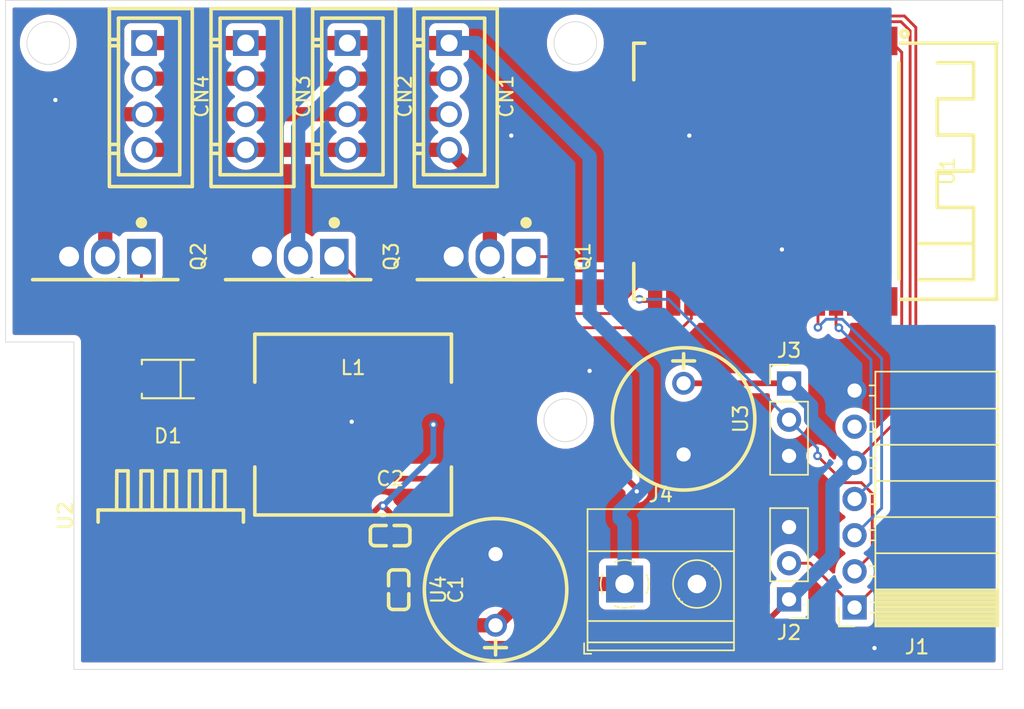
<source format=kicad_pcb>
(kicad_pcb (version 20240108) (generator "pcbnew") (generator_version "8.0")
  (layers (0 "F.Cu" signal) (31 "B.Cu" signal) (34 "B.Paste" user) (35 "F.Paste" user) (36 "B.SilkS" user "B.Silkscreen") (37 "F.SilkS" user "F.Silkscreen") (38 "B.Mask" user) (39 "F.Mask" user) (44 "Edge.Cuts" user))
  (net 0 "")
  (net 1 "+3.3V")
  (net 2 "GND")
  (net 3 "+24V")
  (net 4 "R")
  (net 5 "B")
  (net 6 "G")
  (net 7 "Tx")
  (net 8 "IO0")
  (net 9 "Rx")
  (net 10 "En")
  (net 11 "+5V")
  (net 12 "BPin")
  (net 13 "RPin")
  (net 14 "GPin")
  (net 45 "Net-(D1-C)")
  (footprint "Connector_PinHeader_2.54mm:PinHeader_1x03_P2.54mm_Vertical" (layer "F.Cu") (at 129 89.08 180)
    (property "Reference" "J2" (at 0 -2.33 0) (layer "F.SilkS"))
    (property "Value" "Conn_01x03_Pin")
    (fp_line (start 1.33 1.27) (end 1.33 6.41) (stroke (width 0.12)) (layer "F.SilkS"))
    (fp_line (start -1.33 6.41) (end 1.33 6.41) (stroke (width 0.12)) (layer "F.SilkS"))
    (fp_line (start -1.33 1.27) (end 1.33 1.27) (stroke (width 0.12)) (layer "F.SilkS"))
    (fp_line (start -1.33 1.27) (end -1.33 6.41) (stroke (width 0.12)) (layer "F.SilkS"))
    (fp_line (start -1.33 0) (end -1.33 -1.33) (stroke (width 0.12)) (layer "F.SilkS"))
    (fp_line (start -1.33 -1.33) (end 0 -1.33) (stroke (width 0.12)) (layer "F.SilkS"))
    (pad "1" thru_hole rect (at 0 0 180) (size 1.7 1.7) (drill 1) (layers "*.Cu" "*.Mask") (net 1 "+3.3V"))
    (pad "2" thru_hole oval (at 0 2.54 180) (size 1.7 1.7) (drill 1) (layers "*.Cu" "*.Mask") (net 10 "En"))
    (pad "3" thru_hole oval (at 0 5.08 180) (size 1.7 1.7) (drill 1) (layers "*.Cu" "*.Mask") (net 2 "GND"))
  )
  (footprint "easyeda2kicad:TO-220AB-3_L10.4-W4.6-P2.54-T" (layer "F.Cu") (at 81 65 -90)
    (property "Reference" "Q2" (at 0 -6.54 90) (layer "F.SilkS"))
    (property "Value" "STP80NF70_C361041")
    (fp_line (start 1.62 5.1) (end 1.62 -5.1) (stroke (width 0.25)) (layer "F.SilkS"))
    (fp_arc (start -2.18 -2.53) (mid -2.580188 -2.544994) (end -2.17975 -2.540027) (stroke (width 0.4)) (layer "F.SilkS"))
    (pad "1" thru_hole rect (at 0 -2.54 180) (size 2 2.5) (drill 1.399997) (layers "*.Cu" "*.Mask") (net 13 "RPin"))
    (pad "2" thru_hole oval (at 0 0 180) (size 2 2.5) (drill 1.399997) (layers "*.Cu" "*.Mask") (net 4 "R"))
    (pad "3" thru_hole oval (at 0 2.54 180) (size 2 2.5) (drill 1.399997) (layers "*.Cu" "*.Mask") (net 2 "GND"))
  )
  (footprint "easyeda2kicad:SMAF_L3.5-W2.6-LS4.7-RD" (layer "F.Cu") (at 85.4 73.6 180)
    (property "Reference" "D1" (at 0 -4 360) (layer "F.SilkS"))
    (property "Value" "SSL345F")
    (fp_line (start 1.83 1.03) (end 1.83 1.35) (stroke (width 0.15)) (layer "F.SilkS"))
    (fp_line (start 1.83 -1.35) (end 1.83 -1.03) (stroke (width 0.15)) (layer "F.SilkS"))
    (fp_line (start -0.89 -1.35) (end -0.89 1.35) (stroke (width 0.15)) (layer "F.SilkS"))
    (fp_line (start -1.83 1.35) (end 1.83 1.35) (stroke (width 0.15)) (layer "F.SilkS"))
    (fp_line (start -1.83 -1.35) (end 1.83 -1.35) (stroke (width 0.15)) (layer "F.SilkS"))
    (pad "1" smd rect (at -1.96 0) (size 1.6 1.7) (layers "F.Cu" "F.Paste" "F.Mask") (net 45 "Net-(D1-C)"))
    (pad "2" smd rect (at 1.96 0) (size 1.6 1.7) (layers "F.Cu" "F.Paste" "F.Mask") (net 2 "GND"))
  )
  (footprint "easyeda2kicad:COMM-SMD_ESP-WROOM-32D" (layer "F.Cu") (at 127 59 -90)
    (property "Reference" "U1" (at 0 -13.11 90) (layer "F.SilkS"))
    (property "Value" "ESP-WROOM-32E")
    (fp_line (start -8.99 8.9) (end -6.42 8.9) (stroke (width 0.25)) (layer "F.SilkS"))
    (fp_line (start 6.48 8.9) (end 9 8.9) (stroke (width 0.25)) (layer "F.SilkS"))
    (fp_line (start -8.99 8.13) (end -8.99 8.9) (stroke (width 0.25)) (layer "F.SilkS"))
    (fp_line (start 9 8.13) (end 9 8.9) (stroke (width 0.25)) (layer "F.SilkS"))
    (fp_line (start -7.62 -9.72) (end 7.62 -9.72) (stroke (width 0.25)) (layer "F.SilkS"))
    (fp_line (start -7.62 -12.41) (end -7.62 -14.95) (stroke (width 0.25)) (layer "F.SilkS"))
    (fp_line (start -5.08 -12.41) (end -2.54 -12.41) (stroke (width 0.25)) (layer "F.SilkS"))
    (fp_line (start -2.54 -12.41) (end -2.54 -14.95) (stroke (width 0.25)) (layer "F.SilkS"))
    (fp_line (start 0 -12.41) (end 2.54 -12.41) (stroke (width 0.25)) (layer "F.SilkS"))
    (fp_line (start 2.54 -12.41) (end 2.54 -14.95) (stroke (width 0.25)) (layer "F.SilkS"))
    (fp_line (start -7.62 -14.95) (end -5.08 -14.95) (stroke (width 0.25)) (layer "F.SilkS"))
    (fp_line (start -5.08 -14.95) (end -5.08 -12.41) (stroke (width 0.25)) (layer "F.SilkS"))
    (fp_line (start -2.54 -14.95) (end 0 -14.95) (stroke (width 0.25)) (layer "F.SilkS"))
    (fp_line (start 0 -14.95) (end 0 -12.41) (stroke (width 0.25)) (layer "F.SilkS"))
    (fp_line (start 2.54 -14.95) (end 6.35 -14.95) (stroke (width 0.25)) (layer "F.SilkS"))
    (fp_line (start 5.08 -14.95) (end 5.08 -11.14) (stroke (width 0.25)) (layer "F.SilkS"))
    (fp_line (start 6.35 -14.95) (end 7.62 -14.95) (stroke (width 0.25)) (layer "F.SilkS"))
    (fp_line (start 7.62 -14.95) (end 7.62 -11.14) (stroke (width 0.25)) (layer "F.SilkS"))
    (fp_line (start -8.99 -16.55) (end 9 -16.55) (stroke (width 0.25)) (layer "F.SilkS"))
    (fp_line (start -8.99 -16.61) (end -8.99 -9.84) (stroke (width 0.25)) (layer "F.SilkS"))
    (fp_line (start 9 -16.61) (end 9 -9.84) (stroke (width 0.25)) (layer "F.SilkS"))
    (fp_circle (center -9.65 -10.11) (end -9.4 -10.11) (stroke (width 0.25)) (fill none) (layer "F.SilkS"))
    (pad "1" smd rect (at -9.15 -9.11 270) (size 2 1) (layers "F.Cu" "F.Paste" "F.Mask") (net 2 "GND"))
    (pad "2" smd rect (at -9.15 -7.84 270) (size 2 1) (layers "F.Cu" "F.Paste" "F.Mask") (net 1 "+3.3V"))
    (pad "3" smd rect (at -9.15 -6.57 270) (size 2 1) (layers "F.Cu" "F.Paste" "F.Mask") (net 10 "En"))
    (pad "4" smd rect (at -9.15 -5.3 270) (size 2 1) (layers "F.Cu" "F.Paste" "F.Mask"))
    (pad "5" smd rect (at -9.15 -4.03 270) (size 2 1) (layers "F.Cu" "F.Paste" "F.Mask"))
    (pad "6" smd rect (at -9.15 -2.76 270) (size 2 1) (layers "F.Cu" "F.Paste" "F.Mask"))
    (pad "7" smd rect (at -9.15 -1.49 270) (size 2 1) (layers "F.Cu" "F.Paste" "F.Mask"))
    (pad "8" smd rect (at -9.15 -0.22 270) (size 2 1) (layers "F.Cu" "F.Paste" "F.Mask"))
    (pad "9" smd rect (at -9.15 1.05 270) (size 2 1) (layers "F.Cu" "F.Paste" "F.Mask"))
    (pad "10" smd rect (at -9.15 2.32 270) (size 2 1) (layers "F.Cu" "F.Paste" "F.Mask"))
    (pad "11" smd rect (at -9.15 3.59 270) (size 2 1) (layers "F.Cu" "F.Paste" "F.Mask"))
    (pad "12" smd rect (at -9.15 4.86 270) (size 2 1) (layers "F.Cu" "F.Paste" "F.Mask"))
    (pad "13" smd rect (at -9.15 6.13 270) (size 2 1) (layers "F.Cu" "F.Paste" "F.Mask"))
    (pad "14" smd rect (at -9.15 7.4 270) (size 2 1) (layers "F.Cu" "F.Paste" "F.Mask"))
    (pad "15" smd rect (at -5.69 9.11) (size 2 1) (layers "F.Cu" "F.Paste" "F.Mask"))
    (pad "16" smd rect (at -4.42 9.11) (size 2 1) (layers "F.Cu" "F.Paste" "F.Mask"))
    (pad "17" smd rect (at -3.15 9.11) (size 2 1) (layers "F.Cu" "F.Paste" "F.Mask"))
    (pad "18" smd rect (at -1.88 9.11) (size 2 1) (layers "F.Cu" "F.Paste" "F.Mask"))
    (pad "19" smd rect (at -0.61 9.11) (size 2 1) (layers "F.Cu" "F.Paste" "F.Mask"))
    (pad "20" smd rect (at 0.66 9.11) (size 2 1) (layers "F.Cu" "F.Paste" "F.Mask"))
    (pad "21" smd rect (at 1.93 9.11) (size 2 1) (layers "F.Cu" "F.Paste" "F.Mask"))
    (pad "22" smd rect (at 3.2 9.11) (size 2 1) (layers "F.Cu" "F.Paste" "F.Mask"))
    (pad "23" smd rect (at 4.47 9.11) (size 2 1) (layers "F.Cu" "F.Paste" "F.Mask"))
    (pad "24" smd rect (at 5.74 9.11) (size 2 1) (layers "F.Cu" "F.Paste" "F.Mask"))
    (pad "25" smd rect (at 9.15 7.4 270) (size 2 1) (layers "F.Cu" "F.Paste" "F.Mask") (net 8 "IO0"))
    (pad "26" smd rect (at 9.15 6.13 270) (size 2 1) (layers "F.Cu" "F.Paste" "F.Mask"))
    (pad "27" smd rect (at 9.15 4.86 270) (size 2 1) (layers "F.Cu" "F.Paste" "F.Mask") (net 13 "RPin"))
    (pad "28" smd rect (at 9.15 3.59 270) (size 2 1) (layers "F.Cu" "F.Paste" "F.Mask") (net 14 "GPin"))
    (pad "29" smd rect (at 9.15 2.32 270) (size 2 1) (layers "F.Cu" "F.Paste" "F.Mask"))
    (pad "30" smd rect (at 9.15 1.05 270) (size 2 1) (layers "F.Cu" "F.Paste" "F.Mask") (net 12 "BPin"))
    (pad "31" smd rect (at 9.15 -0.22 270) (size 2 1) (layers "F.Cu" "F.Paste" "F.Mask"))
    (pad "32" smd rect (at 9.15 -1.49 270) (size 2 1) (layers "F.Cu" "F.Paste" "F.Mask"))
    (pad "33" smd rect (at 9.15 -2.76 270) (size 2 1) (layers "F.Cu" "F.Paste" "F.Mask"))
    (pad "34" smd rect (at 9.15 -4.03 270) (size 2 1) (layers "F.Cu" "F.Paste" "F.Mask") (net 9 "Rx"))
    (pad "35" smd rect (at 9.15 -5.3 270) (size 2 1) (layers "F.Cu" "F.Paste" "F.Mask") (net 7 "Tx"))
    (pad "36" smd rect (at 9.15 -6.57 270) (size 2 1) (layers "F.Cu" "F.Paste" "F.Mask"))
    (pad "37" smd rect (at 9.15 -7.84 270) (size 2 1) (layers "F.Cu" "F.Paste" "F.Mask"))
    (pad "38" smd rect (at 9.15 -9.11 270) (size 2 1) (layers "F.Cu" "F.Paste" "F.Mask"))
    (pad "39" smd rect (at -1.49 -1.4 270) (size 3.5 3.5) (layers "F.Cu" "F.Paste" "F.Mask"))
  )
  (footprint "easyeda2kicad:CONN-TH_4P-P2.50_XH-4A" (layer "F.Cu") (at 105.135 53.75 -90)
    (property "Reference" "CN1" (at 0 -4 90) (layer "F.SilkS"))
    (property "Value" "XH-4AK M")
    (fp_line (start -6.16 2.44) (end 6.33 2.44) (stroke (width 0.25)) (layer "F.SilkS"))
    (fp_line (start -5.5 1.8) (end 5.5 1.8) (stroke (width 0.25)) (layer "F.SilkS"))
    (fp_line (start -4 1.8) (end -4 2.44) (stroke (width 0.25)) (layer "F.SilkS"))
    (fp_line (start -3.56 1.8) (end -3.56 2.44) (stroke (width 0.25)) (layer "F.SilkS"))
    (fp_line (start 3.37 1.8) (end 3.37 2.44) (stroke (width 0.25)) (layer "F.SilkS"))
    (fp_line (start 4 1.8) (end 4 2.44) (stroke (width 0.25)) (layer "F.SilkS"))
    (fp_line (start 5.5 1.8) (end 5.5 -2.5) (stroke (width 0.25)) (layer "F.SilkS"))
    (fp_line (start -5.5 -2.5) (end -5.5 1.8) (stroke (width 0.25)) (layer "F.SilkS"))
    (fp_line (start 5.5 -2.5) (end -5.5 -2.5) (stroke (width 0.25)) (layer "F.SilkS"))
    (fp_line (start -6.17 -3.37) (end -6.17 2.43) (stroke (width 0.25)) (layer "F.SilkS"))
    (fp_line (start -6.16 -3.38) (end 6.33 -3.38) (stroke (width 0.25)) (layer "F.SilkS"))
    (fp_line (start 6.33 -3.38) (end 6.33 2.41) (stroke (width 0.25)) (layer "F.SilkS"))
    (pad "1" thru_hole rect (at -3.75 0 270) (size 1.8 1.8) (drill 1.19888) (layers "*.Cu" "*.Mask") (net 3 "+24V"))
    (pad "2" thru_hole circle (at -1.25 0 270) (size 1.8 1.8) (drill 1.19888) (layers "*.Cu" "*.Mask") (net 6 "G"))
    (pad "3" thru_hole circle (at 1.25 0 270) (size 1.8 1.8) (drill 1.19888) (layers "*.Cu" "*.Mask") (net 4 "R"))
    (pad "4" thru_hole circle (at 3.75 0 270) (size 1.8 1.8) (drill 1.19888) (layers "*.Cu" "*.Mask") (net 5 "B"))
  )
  (footprint "easyeda2kicad:CAP-TH_BD10.0-P5.00-D0.6-FD-A" (layer "F.Cu") (at 121.6 76.4 -90)
    (property "Reference" "U3" (at 0 -4 90) (layer "F.SilkS"))
    (property "Value" "EGT477M1HG16RRS0P")
    (fp_line (start -4.58 0) (end -3.56 0) (stroke (width 0.25)) (layer "F.SilkS"))
    (fp_line (start -4.07 -0.77) (end -4.07 0.76) (stroke (width 0.25)) (layer "F.SilkS"))
    (fp_circle (center 0 0) (end 5 0) (stroke (width 0.25)) (fill none) (layer "F.SilkS"))
    (pad "1" thru_hole circle (at -2.5 0 270) (size 1.6 1.6) (drill 0.999998) (layers "*.Cu" "*.Mask") (net 1 "+3.3V"))
    (pad "2" thru_hole circle (at 2.5 0 270) (size 1.6 1.6) (drill 0.999998) (layers "*.Cu" "*.Mask") (net 2 "GND"))
  )
  (footprint "easyeda2kicad:TO-263-5_L10.0-W9.0-P1.70-LS15.2-BR" (layer "F.Cu") (at 85.6 83.2 90)
    (property "Reference" "U2" (at 0 -7.4 90) (layer "F.SilkS"))
    (property "Value" "LM2596S-3.3_C7419978")
    (fp_line (start 0.4 -5.1) (end 0.4 5.1) (stroke (width 0.25)) (layer "F.SilkS"))
    (fp_line (start -0.45 -5.1) (end 0.4 -5.1) (stroke (width 0.25)) (layer "F.SilkS"))
    (fp_line (start 0.4 -3.8) (end 3.15 -3.79) (stroke (width 0.25)) (layer "F.SilkS"))
    (fp_line (start 3.15 -3.79) (end 3.15 -3) (stroke (width 0.25)) (layer "F.SilkS"))
    (fp_line (start 3.15 -3) (end 0.4 -3) (stroke (width 0.25)) (layer "F.SilkS"))
    (fp_line (start 0.4 -2.1) (end 3.15 -2.09) (stroke (width 0.25)) (layer "F.SilkS"))
    (fp_line (start 3.15 -2.09) (end 3.15 -1.3) (stroke (width 0.25)) (layer "F.SilkS"))
    (fp_line (start 3.15 -1.3) (end 0.4 -1.3) (stroke (width 0.25)) (layer "F.SilkS"))
    (fp_line (start 0.4 -0.4) (end 3.15 -0.39) (stroke (width 0.25)) (layer "F.SilkS"))
    (fp_line (start 3.15 -0.39) (end 3.15 0.4) (stroke (width 0.25)) (layer "F.SilkS"))
    (fp_line (start 3.15 0.4) (end 0.4 0.4) (stroke (width 0.25)) (layer "F.SilkS"))
    (fp_line (start 0.4 1.3) (end 3.15 1.31) (stroke (width 0.25)) (layer "F.SilkS"))
    (fp_line (start 3.15 1.31) (end 3.15 2.1) (stroke (width 0.25)) (layer "F.SilkS"))
    (fp_line (start 3.15 2.1) (end 0.4 2.1) (stroke (width 0.25)) (layer "F.SilkS"))
    (fp_line (start 0.4 3) (end 3.15 3.01) (stroke (width 0.25)) (layer "F.SilkS"))
    (fp_line (start 3.15 3.01) (end 3.15 3.8) (stroke (width 0.25)) (layer "F.SilkS"))
    (fp_line (start 3.15 3.8) (end 0.4 3.8) (stroke (width 0.25)) (layer "F.SilkS"))
    (fp_line (start 0.4 5.1) (end -0.45 5.1) (stroke (width 0.25)) (layer "F.SilkS"))
    (pad "1" smd rect (at 5.18 3.4 90) (size 3.36 1.02) (layers "F.Cu" "F.Paste" "F.Mask") (net 3 "+24V"))
    (pad "2" smd rect (at 5.18 1.7 90) (size 3.36 1.02) (layers "F.Cu" "F.Paste" "F.Mask") (net 45 "Net-(D1-C)"))
    (pad "3" smd rect (at 5.18 0 90) (size 3.36 1.02) (layers "F.Cu" "F.Paste" "F.Mask") (net 2 "GND"))
    (pad "4" smd rect (at 5.18 -1.7 90) (size 3.36 1.02) (layers "F.Cu" "F.Paste" "F.Mask") (net 1 "+3.3V"))
    (pad "5" smd rect (at 5.18 -3.4 90) (size 3.36 1.02) (layers "F.Cu" "F.Paste" "F.Mask") (net 2 "GND"))
    (pad "6" smd rect (at -5.18 0 90) (size 9 11) (layers "F.Cu" "F.Paste" "F.Mask") (net 2 "GND"))
  )
  (footprint "easyeda2kicad:TO-220AB-3_L10.4-W4.6-P2.54-T" (layer "F.Cu") (at 108 65 -90)
    (property "Reference" "Q1" (at 0 -6.54 90) (layer "F.SilkS"))
    (property "Value" "STP80NF70_C361041")
    (fp_line (start 1.62 5.1) (end 1.62 -5.1) (stroke (width 0.25)) (layer "F.SilkS"))
    (fp_arc (start -2.18 -2.53) (mid -2.580188 -2.544994) (end -2.17975 -2.540027) (stroke (width 0.4)) (layer "F.SilkS"))
    (pad "1" thru_hole rect (at 0 -2.54 180) (size 2 2.5) (drill 1.399997) (layers "*.Cu" "*.Mask") (net 12 "BPin"))
    (pad "2" thru_hole oval (at 0 0 180) (size 2 2.5) (drill 1.399997) (layers "*.Cu" "*.Mask") (net 5 "B"))
    (pad "3" thru_hole oval (at 0 2.54 180) (size 2 2.5) (drill 1.399997) (layers "*.Cu" "*.Mask") (net 2 "GND"))
  )
  (footprint "easyeda2kicad:TO-220AB-3_L10.4-W4.6-P2.54-T" (layer "F.Cu") (at 94.54 65 -90)
    (property "Reference" "Q3" (at 0 -6.54 90) (layer "F.SilkS"))
    (property "Value" "STP80NF70_C361041")
    (fp_line (start 1.62 5.1) (end 1.62 -5.1) (stroke (width 0.25)) (layer "F.SilkS"))
    (fp_arc (start -2.18 -2.53) (mid -2.580188 -2.544994) (end -2.17975 -2.540027) (stroke (width 0.4)) (layer "F.SilkS"))
    (pad "1" thru_hole rect (at 0 -2.54 180) (size 2 2.5) (drill 1.399997) (layers "*.Cu" "*.Mask") (net 14 "GPin"))
    (pad "2" thru_hole oval (at 0 0 180) (size 2 2.5) (drill 1.399997) (layers "*.Cu" "*.Mask") (net 6 "G"))
    (pad "3" thru_hole oval (at 0 2.54 180) (size 2 2.5) (drill 1.399997) (layers "*.Cu" "*.Mask") (net 2 "GND"))
  )
  (footprint "Connector_PinHeader_2.54mm:PinHeader_1x03_P2.54mm_Vertical" (layer "F.Cu") (at 129 73.92)
    (property "Reference" "J3" (at 0 -2.33 0) (layer "F.SilkS"))
    (property "Value" "Conn_01x03_Pin")
    (fp_line (start -1.33 -1.33) (end 0 -1.33) (stroke (width 0.12)) (layer "F.SilkS"))
    (fp_line (start -1.33 0) (end -1.33 -1.33) (stroke (width 0.12)) (layer "F.SilkS"))
    (fp_line (start -1.33 1.27) (end -1.33 6.41) (stroke (width 0.12)) (layer "F.SilkS"))
    (fp_line (start -1.33 1.27) (end 1.33 1.27) (stroke (width 0.12)) (layer "F.SilkS"))
    (fp_line (start -1.33 6.41) (end 1.33 6.41) (stroke (width 0.12)) (layer "F.SilkS"))
    (fp_line (start 1.33 1.27) (end 1.33 6.41) (stroke (width 0.12)) (layer "F.SilkS"))
    (pad "1" thru_hole rect (at 0 0) (size 1.7 1.7) (drill 1) (layers "*.Cu" "*.Mask") (net 1 "+3.3V"))
    (pad "2" thru_hole oval (at 0 2.54) (size 1.7 1.7) (drill 1) (layers "*.Cu" "*.Mask") (net 8 "IO0"))
    (pad "3" thru_hole oval (at 0 5.08) (size 1.7 1.7) (drill 1) (layers "*.Cu" "*.Mask") (net 2 "GND"))
  )
  (footprint "easyeda2kicad:C0603" (layer "F.Cu") (at 101 84.6)
    (property "Reference" "C2" (at 0 -4 360) (layer "F.SilkS"))
    (property "Value" "CC0603KRX7R9BB104")
    (fp_line (start -1.39 0.4) (end -1.39 -0.4) (stroke (width 0.25)) (layer "F.SilkS"))
    (fp_line (start -0.28 -0.71) (end -1.08 -0.71) (stroke (width 0.25)) (layer "F.SilkS"))
    (fp_line (start -0.28 0.71) (end -1.08 0.71) (stroke (width 0.25)) (layer "F.SilkS"))
    (fp_line (start 0.28 -0.71) (end 1.08 -0.71) (stroke (width 0.25)) (layer "F.SilkS"))
    (fp_line (start 0.28 0.71) (end 1.08 0.71) (stroke (width 0.25)) (layer "F.SilkS"))
    (fp_line (start 1.39 -0.4) (end 1.39 0.4) (stroke (width 0.25)) (layer "F.SilkS"))
    (fp_arc (start -1.39 -0.4) (mid -1.299203 -0.619203) (end -1.08 -0.71) (stroke (width 0.25)) (layer "F.SilkS"))
    (fp_arc (start -1.08 0.71) (mid -1.299203 0.619203) (end -1.39 0.4) (stroke (width 0.25)) (layer "F.SilkS"))
    (fp_arc (start 1.08 -0.71) (mid 1.299203 -0.619203) (end 1.39 -0.4) (stroke (width 0.25)) (layer "F.SilkS"))
    (fp_arc (start 1.39 0.4) (mid 1.299203 0.619203) (end 1.08 0.71) (stroke (width 0.25)) (layer "F.SilkS"))
    (pad "1" smd rect (at -0.7 0) (size 0.8 0.9) (layers "F.Cu" "F.Paste" "F.Mask") (net 2 "GND"))
    (pad "2" smd rect (at 0.7 0) (size 0.8 0.9) (layers "F.Cu" "F.Paste" "F.Mask") (net 1 "+3.3V"))
  )
  (footprint "easyeda2kicad:CONN-TH_4P-P2.50_XH-4A" (layer "F.Cu") (at 90.865 53.75 -90)
    (property "Reference" "CN3" (at 0 -4 90) (layer "F.SilkS"))
    (property "Value" "XH-4AK M")
    (fp_line (start -6.16 2.44) (end 6.33 2.44) (stroke (width 0.25)) (layer "F.SilkS"))
    (fp_line (start -5.5 1.8) (end 5.5 1.8) (stroke (width 0.25)) (layer "F.SilkS"))
    (fp_line (start -4 1.8) (end -4 2.44) (stroke (width 0.25)) (layer "F.SilkS"))
    (fp_line (start -3.56 1.8) (end -3.56 2.44) (stroke (width 0.25)) (layer "F.SilkS"))
    (fp_line (start 3.37 1.8) (end 3.37 2.44) (stroke (width 0.25)) (layer "F.SilkS"))
    (fp_line (start 4 1.8) (end 4 2.44) (stroke (width 0.25)) (layer "F.SilkS"))
    (fp_line (start 5.5 1.8) (end 5.5 -2.5) (stroke (width 0.25)) (layer "F.SilkS"))
    (fp_line (start -5.5 -2.5) (end -5.5 1.8) (stroke (width 0.25)) (layer "F.SilkS"))
    (fp_line (start 5.5 -2.5) (end -5.5 -2.5) (stroke (width 0.25)) (layer "F.SilkS"))
    (fp_line (start -6.17 -3.37) (end -6.17 2.43) (stroke (width 0.25)) (layer "F.SilkS"))
    (fp_line (start -6.16 -3.38) (end 6.33 -3.38) (stroke (width 0.25)) (layer "F.SilkS"))
    (fp_line (start 6.33 -3.38) (end 6.33 2.41) (stroke (width 0.25)) (layer "F.SilkS"))
    (pad "1" thru_hole rect (at -3.75 0 270) (size 1.8 1.8) (drill 1.19888) (layers "*.Cu" "*.Mask") (net 3 "+24V"))
    (pad "2" thru_hole circle (at -1.25 0 270) (size 1.8 1.8) (drill 1.19888) (layers "*.Cu" "*.Mask") (net 6 "G"))
    (pad "3" thru_hole circle (at 1.25 0 270) (size 1.8 1.8) (drill 1.19888) (layers "*.Cu" "*.Mask") (net 4 "R"))
    (pad "4" thru_hole circle (at 3.75 0 270) (size 1.8 1.8) (drill 1.19888) (layers "*.Cu" "*.Mask") (net 5 "B"))
  )
  (footprint "Connector_PinSocket_2.54mm:PinSocket_1x07_P2.54mm_Horizontal" (layer "F.Cu") (at 133.6 89.65 180)
    (property "Reference" "J1" (at -4.38 -2.77 0) (layer "F.SilkS"))
    (property "Value" "Conn_01x07_Socket")
    (fp_line (start 1.11 -1.33) (end 1.11 0) (stroke (width 0.12)) (layer "F.SilkS"))
    (fp_line (start 0 -1.33) (end 1.11 -1.33) (stroke (width 0.12)) (layer "F.SilkS"))
    (fp_line (start -1.46 15.6) (end -1.05 15.6) (stroke (width 0.12)) (layer "F.SilkS"))
    (fp_line (start -1.46 14.88) (end -1.05 14.88) (stroke (width 0.12)) (layer "F.SilkS"))
    (fp_line (start -1.46 13.06) (end -1.05 13.06) (stroke (width 0.12)) (layer "F.SilkS"))
    (fp_line (start -1.46 12.34) (end -1.05 12.34) (stroke (width 0.12)) (layer "F.SilkS"))
    (fp_line (start -1.46 10.52) (end -1.05 10.52) (stroke (width 0.12)) (layer "F.SilkS"))
    (fp_line (start -1.46 9.8) (end -1.05 9.8) (stroke (width 0.12)) (layer "F.SilkS"))
    (fp_line (start -1.46 7.98) (end -1.05 7.98) (stroke (width 0.12)) (layer "F.SilkS"))
    (fp_line (start -1.46 7.26) (end -1.05 7.26) (stroke (width 0.12)) (layer "F.SilkS"))
    (fp_line (start -1.46 5.44) (end -1.05 5.44) (stroke (width 0.12)) (layer "F.SilkS"))
    (fp_line (start -1.46 4.72) (end -1.05 4.72) (stroke (width 0.12)) (layer "F.SilkS"))
    (fp_line (start -1.46 2.9) (end -1.05 2.9) (stroke (width 0.12)) (layer "F.SilkS"))
    (fp_line (start -1.46 2.18) (end -1.05 2.18) (stroke (width 0.12)) (layer "F.SilkS"))
    (fp_line (start -1.46 0.36) (end -1.11 0.36) (stroke (width 0.12)) (layer "F.SilkS"))
    (fp_line (start -1.46 -0.36) (end -1.11 -0.36) (stroke (width 0.12)) (layer "F.SilkS"))
    (fp_line (start -1.46 -1.33) (end -1.46 16.57) (stroke (width 0.12)) (layer "F.SilkS"))
    (fp_line (start -10.09 16.57) (end -1.46 16.57) (stroke (width 0.12)) (layer "F.SilkS"))
    (fp_line (start -10.09 13.97) (end -1.46 13.97) (stroke (width 0.12)) (layer "F.SilkS"))
    (fp_line (start -10.09 11.43) (end -1.46 11.43) (stroke (width 0.12)) (layer "F.SilkS"))
    (fp_line (start -10.09 8.89) (end -1.46 8.89) (stroke (width 0.12)) (layer "F.SilkS"))
    (fp_line (start -10.09 6.35) (end -1.46 6.35) (stroke (width 0.12)) (layer "F.SilkS"))
    (fp_line (start -10.09 3.81) (end -1.46 3.81) (stroke (width 0.12)) (layer "F.SilkS"))
    (fp_line (start -10.09 1.27) (end -1.46 1.27) (stroke (width 0.12)) (layer "F.SilkS"))
    (fp_line (start -10.09 1.1519) (end -1.46 1.1519) (stroke (width 0.12)) (layer "F.SilkS"))
    (fp_line (start -10.09 1.033805) (end -1.46 1.033805) (stroke (width 0.12)) (layer "F.SilkS"))
    (fp_line (start -10.09 0.91571) (end -1.46 0.91571) (stroke (width 0.12)) (layer "F.SilkS"))
    (fp_line (start -10.09 0.797615) (end -1.46 0.797615) (stroke (width 0.12)) (layer "F.SilkS"))
    (fp_line (start -10.09 0.67952) (end -1.46 0.67952) (stroke (width 0.12)) (layer "F.SilkS"))
    (fp_line (start -10.09 0.561425) (end -1.46 0.561425) (stroke (width 0.12)) (layer "F.SilkS"))
    (fp_line (start -10.09 0.44333) (end -1.46 0.44333) (stroke (width 0.12)) (layer "F.SilkS"))
    (fp_line (start -10.09 0.325235) (end -1.46 0.325235) (stroke (width 0.12)) (layer "F.SilkS"))
    (fp_line (start -10.09 0.20714) (end -1.46 0.20714) (stroke (width 0.12)) (layer "F.SilkS"))
    (fp_line (start -10.09 0.089045) (end -1.46 0.089045) (stroke (width 0.12)) (layer "F.SilkS"))
    (fp_line (start -10.09 -0.02905) (end -1.46 -0.02905) (stroke (width 0.12)) (layer "F.SilkS"))
    (fp_line (start -10.09 -0.147145) (end -1.46 -0.147145) (stroke (width 0.12)) (layer "F.SilkS"))
    (fp_line (start -10.09 -0.26524) (end -1.46 -0.26524) (stroke (width 0.12)) (layer "F.SilkS"))
    (fp_line (start -10.09 -0.383335) (end -1.46 -0.383335) (stroke (width 0.12)) (layer "F.SilkS"))
    (fp_line (start -10.09 -0.50143) (end -1.46 -0.50143) (stroke (width 0.12)) (layer "F.SilkS"))
    (fp_line (start -10.09 -0.619525) (end -1.46 -0.619525) (stroke (width 0.12)) (layer "F.SilkS"))
    (fp_line (start -10.09 -0.73762) (end -1.46 -0.73762) (stroke (width 0.12)) (layer "F.SilkS"))
    (fp_line (start -10.09 -0.855715) (end -1.46 -0.855715) (stroke (width 0.12)) (layer "F.SilkS"))
    (fp_line (start -10.09 -0.97381) (end -1.46 -0.97381) (stroke (width 0.12)) (layer "F.SilkS"))
    (fp_line (start -10.09 -1.091905) (end -1.46 -1.091905) (stroke (width 0.12)) (layer "F.SilkS"))
    (fp_line (start -10.09 -1.21) (end -1.46 -1.21) (stroke (width 0.12)) (layer "F.SilkS"))
    (fp_line (start -10.09 -1.33) (end -1.46 -1.33) (stroke (width 0.12)) (layer "F.SilkS"))
    (fp_line (start -10.09 -1.33) (end -10.09 16.57) (stroke (width 0.12)) (layer "F.SilkS"))
    (pad "1" thru_hole rect (at 0 0 180) (size 1.7 1.7) (drill 1) (layers "*.Cu" "*.Mask") (net 10 "En"))
    (pad "2" thru_hole oval (at 0 2.54 180) (size 1.7 1.7) (drill 1) (layers "*.Cu" "*.Mask") (net 8 "IO0"))
    (pad "3" thru_hole oval (at 0 5.08 180) (size 1.7 1.7) (drill 1) (layers "*.Cu" "*.Mask") (net 9 "Rx"))
    (pad "4" thru_hole oval (at 0 7.62 180) (size 1.7 1.7) (drill 1) (layers "*.Cu" "*.Mask") (net 7 "Tx"))
    (pad "5" thru_hole oval (at 0 10.16 180) (size 1.7 1.7) (drill 1) (layers "*.Cu" "*.Mask") (net 1 "+3.3V"))
    (pad "6" thru_hole oval (at 0 12.7 180) (size 1.7 1.7) (drill 1) (layers "*.Cu" "*.Mask") (net 11 "+5V"))
    (pad "7" thru_hole oval (at 0 15.24 180) (size 1.7 1.7) (drill 1) (layers "*.Cu" "*.Mask") (net 2 "GND"))
  )
  (footprint "easyeda2kicad:IND-SMD_L13.8-W12.7" (layer "F.Cu") (at 98.4 76.8)
    (property "Reference" "L1" (at 0 -4 360) (layer "F.SilkS"))
    (property "Value" "FXL1365-330-M")
    (fp_line (start -6.9 -6.35) (end -6.9 -2.98) (stroke (width 0.25)) (layer "F.SilkS"))
    (fp_line (start -6.9 2.98) (end -6.9 6.35) (stroke (width 0.25)) (layer "F.SilkS"))
    (fp_line (start -6.9 6.35) (end 6.9 6.35) (stroke (width 0.25)) (layer "F.SilkS"))
    (fp_line (start 6.9 -6.35) (end -6.9 -6.35) (stroke (width 0.25)) (layer "F.SilkS"))
    (fp_line (start 6.9 -2.98) (end 6.9 -6.35) (stroke (width 0.25)) (layer "F.SilkS"))
    (fp_line (start 6.9 6.35) (end 6.9 2.98) (stroke (width 0.25)) (layer "F.SilkS"))
    (pad "1" smd rect (at -5.63 0) (size 3.25 5.5) (layers "F.Cu" "F.Paste" "F.Mask") (net 45 "Net-(D1-C)"))
    (pad "2" smd rect (at 5.63 0) (size 3.25 5.5) (layers "F.Cu" "F.Paste" "F.Mask") (net 1 "+3.3V"))
  )
  (footprint "easyeda2kicad:CAP-TH_BD10.0-P5.00-D0.6-FD-A" (layer "F.Cu") (at 108.4 88.4 90)
    (property "Reference" "U4" (at 0 -4 90) (layer "F.SilkS"))
    (property "Value" "EGT477M1HG16RRS0P")
    (fp_line (start -4.07 -0.77) (end -4.07 0.76) (stroke (width 0.25)) (layer "F.SilkS"))
    (fp_line (start -4.58 0) (end -3.56 0) (stroke (width 0.25)) (layer "F.SilkS"))
    (fp_circle (center 0 0) (end 5 0) (stroke (width 0.25)) (fill none) (layer "F.SilkS"))
    (pad "1" thru_hole circle (at -2.5 0 90) (size 1.6 1.6) (drill 0.999998) (layers "*.Cu" "*.Mask") (net 3 "+24V"))
    (pad "2" thru_hole circle (at 2.5 0 90) (size 1.6 1.6) (drill 0.999998) (layers "*.Cu" "*.Mask") (net 2 "GND"))
  )
  (footprint "easyeda2kicad:CONN-TH_4P-P2.50_XH-4A" (layer "F.Cu") (at 83.73 53.75 -90)
    (property "Reference" "CN4" (at 0 -4 90) (layer "F.SilkS"))
    (property "Value" "XH-4AK M")
    (fp_line (start -6.16 2.44) (end 6.33 2.44) (stroke (width 0.25)) (layer "F.SilkS"))
    (fp_line (start -5.5 1.8) (end 5.5 1.8) (stroke (width 0.25)) (layer "F.SilkS"))
    (fp_line (start -4 1.8) (end -4 2.44) (stroke (width 0.25)) (layer "F.SilkS"))
    (fp_line (start -3.56 1.8) (end -3.56 2.44) (stroke (width 0.25)) (layer "F.SilkS"))
    (fp_line (start 3.37 1.8) (end 3.37 2.44) (stroke (width 0.25)) (layer "F.SilkS"))
    (fp_line (start 4 1.8) (end 4 2.44) (stroke (width 0.25)) (layer "F.SilkS"))
    (fp_line (start 5.5 1.8) (end 5.5 -2.5) (stroke (width 0.25)) (layer "F.SilkS"))
    (fp_line (start -5.5 -2.5) (end -5.5 1.8) (stroke (width 0.25)) (layer "F.SilkS"))
    (fp_line (start 5.5 -2.5) (end -5.5 -2.5) (stroke (width 0.25)) (layer "F.SilkS"))
    (fp_line (start -6.17 -3.37) (end -6.17 2.43) (stroke (width 0.25)) (layer "F.SilkS"))
    (fp_line (start -6.16 -3.38) (end 6.33 -3.38) (stroke (width 0.25)) (layer "F.SilkS"))
    (fp_line (start 6.33 -3.38) (end 6.33 2.41) (stroke (width 0.25)) (layer "F.SilkS"))
    (pad "1" thru_hole rect (at -3.75 0 270) (size 1.8 1.8) (drill 1.19888) (layers "*.Cu" "*.Mask") (net 3 "+24V"))
    (pad "2" thru_hole circle (at -1.25 0 270) (size 1.8 1.8) (drill 1.19888) (layers "*.Cu" "*.Mask") (net 6 "G"))
    (pad "3" thru_hole circle (at 1.25 0 270) (size 1.8 1.8) (drill 1.19888) (layers "*.Cu" "*.Mask") (net 4 "R"))
    (pad "4" thru_hole circle (at 3.75 0 270) (size 1.8 1.8) (drill 1.19888) (layers "*.Cu" "*.Mask") (net 5 "B"))
  )
  (footprint "easyeda2kicad:C0603" (layer "F.Cu") (at 101.6 88.4 -90)
    (property "Reference" "C1" (at 0 -4 90) (layer "F.SilkS"))
    (property "Value" "CC0603KRX7R9BB104")
    (fp_line (start -0.28 0.71) (end -1.08 0.71) (stroke (width 0.25)) (layer "F.SilkS"))
    (fp_line (start 0.28 0.71) (end 1.08 0.71) (stroke (width 0.25)) (layer "F.SilkS"))
    (fp_line (start -1.39 0.4) (end -1.39 -0.4) (stroke (width 0.25)) (layer "F.SilkS"))
    (fp_line (start 1.39 -0.4) (end 1.39 0.4) (stroke (width 0.25)) (layer "F.SilkS"))
    (fp_line (start -0.28 -0.71) (end -1.08 -0.71) (stroke (width 0.25)) (layer "F.SilkS"))
    (fp_line (start 0.28 -0.71) (end 1.08 -0.71) (stroke (width 0.25)) (layer "F.SilkS"))
    (fp_arc (start -1.08 0.71) (mid -1.299203 0.619203) (end -1.39 0.4) (stroke (width 0.25)) (layer "F.SilkS"))
    (fp_arc (start 1.39 0.4) (mid 1.299203 0.619203) (end 1.08 0.71) (stroke (width 0.25)) (layer "F.SilkS"))
    (fp_arc (start -1.39 -0.4) (mid -1.299203 -0.619203) (end -1.08 -0.71) (stroke (width 0.25)) (layer "F.SilkS"))
    (fp_arc (start 1.08 -0.71) (mid 1.299203 -0.619203) (end 1.39 -0.4) (stroke (width 0.25)) (layer "F.SilkS"))
    (pad "1" smd rect (at -0.7 0 270) (size 0.8 0.9) (layers "F.Cu" "F.Paste" "F.Mask") (net 2 "GND"))
    (pad "2" smd rect (at 0.7 0 270) (size 0.8 0.9) (layers "F.Cu" "F.Paste" "F.Mask") (net 3 "+24V"))
  )
  (footprint "easyeda2kicad:CONN-TH_4P-P2.50_XH-4A" (layer "F.Cu") (at 98 53.75 -90)
    (property "Reference" "CN2" (at 0 -4 90) (layer "F.SilkS"))
    (property "Value" "XH-4AK M")
    (fp_line (start -6.16 2.44) (end 6.33 2.44) (stroke (width 0.25)) (layer "F.SilkS"))
    (fp_line (start -5.5 1.8) (end 5.5 1.8) (stroke (width 0.25)) (layer "F.SilkS"))
    (fp_line (start -4 1.8) (end -4 2.44) (stroke (width 0.25)) (layer "F.SilkS"))
    (fp_line (start -3.56 1.8) (end -3.56 2.44) (stroke (width 0.25)) (layer "F.SilkS"))
    (fp_line (start 3.37 1.8) (end 3.37 2.44) (stroke (width 0.25)) (layer "F.SilkS"))
    (fp_line (start 4 1.8) (end 4 2.44) (stroke (width 0.25)) (layer "F.SilkS"))
    (fp_line (start 5.5 1.8) (end 5.5 -2.5) (stroke (width 0.25)) (layer "F.SilkS"))
    (fp_line (start -5.5 -2.5) (end -5.5 1.8) (stroke (width 0.25)) (layer "F.SilkS"))
    (fp_line (start 5.5 -2.5) (end -5.5 -2.5) (stroke (width 0.25)) (layer "F.SilkS"))
    (fp_line (start -6.17 -3.37) (end -6.17 2.43) (stroke (width 0.25)) (layer "F.SilkS"))
    (fp_line (start -6.16 -3.38) (end 6.33 -3.38) (stroke (width 0.25)) (layer "F.SilkS"))
    (fp_line (start 6.33 -3.38) (end 6.33 2.41) (stroke (width 0.25)) (layer "F.SilkS"))
    (pad "1" thru_hole rect (at -3.75 0 270) (size 1.8 1.8) (drill 1.19888) (layers "*.Cu" "*.Mask") (net 3 "+24V"))
    (pad "2" thru_hole circle (at -1.25 0 270) (size 1.8 1.8) (drill 1.19888) (layers "*.Cu" "*.Mask") (net 6 "G"))
    (pad "3" thru_hole circle (at 1.25 0 270) (size 1.8 1.8) (drill 1.19888) (layers "*.Cu" "*.Mask") (net 4 "R"))
    (pad "4" thru_hole circle (at 3.75 0 270) (size 1.8 1.8) (drill 1.19888) (layers "*.Cu" "*.Mask") (net 5 "B"))
  )
  (footprint "TerminalBlock_Phoenix:TerminalBlock_Phoenix_MKDS-1,5-2-5.08_1x02_P5.08mm_Horizontal" (layer "F.Cu") (at 117.455 88)
    (property "Reference" "J4" (at 2.54 -6.26 0) (layer "F.SilkS"))
    (property "Value" "Screw_Terminal_01x02")
    (fp_line (start -2.84 4.16) (end -2.84 4.9) (stroke (width 0.12)) (layer "F.SilkS"))
    (fp_line (start -2.84 4.9) (end -2.34 4.9) (stroke (width 0.12)) (layer "F.SilkS"))
    (fp_line (start -2.6 -5.261) (end -2.6 4.66) (stroke (width 0.12)) (layer "F.SilkS"))
    (fp_line (start -2.6 -5.261) (end 7.68 -5.261) (stroke (width 0.12)) (layer "F.SilkS"))
    (fp_line (start -2.6 -2.301) (end 7.68 -2.301) (stroke (width 0.12)) (layer "F.SilkS"))
    (fp_line (start -2.6 2.6) (end 7.68 2.6) (stroke (width 0.12)) (layer "F.SilkS"))
    (fp_line (start -2.6 4.1) (end 7.68 4.1) (stroke (width 0.12)) (layer "F.SilkS"))
    (fp_line (start -2.6 4.66) (end 7.68 4.66) (stroke (width 0.12)) (layer "F.SilkS"))
    (fp_line (start 3.853 1.023) (end 3.806 1.069) (stroke (width 0.12)) (layer "F.SilkS"))
    (fp_line (start 4.046 1.239) (end 4.011 1.274) (stroke (width 0.12)) (layer "F.SilkS"))
    (fp_line (start 6.15 -1.275) (end 6.115 -1.239) (stroke (width 0.12)) (layer "F.SilkS"))
    (fp_line (start 6.355 -1.069) (end 6.308 -1.023) (stroke (width 0.12)) (layer "F.SilkS"))
    (fp_line (start 7.68 -5.261) (end 7.68 4.66) (stroke (width 0.12)) (layer "F.SilkS"))
    (fp_arc (start -1.535427 0.683042) (mid -1.680501 -0.000524) (end -1.535 -0.684) (stroke (width 0.12)) (layer "F.SilkS"))
    (fp_arc (start -0.683042 -1.535427) (mid 0.000524 -1.680501) (end 0.684 -1.535) (stroke (width 0.12)) (layer "F.SilkS"))
    (fp_arc (start 0.028805 1.680253) (mid -0.335551 1.646659) (end -0.684 1.535) (stroke (width 0.12)) (layer "F.SilkS"))
    (fp_arc (start 0.683318 1.534756) (mid 0.349292 1.643288) (end 0 1.68) (stroke (width 0.12)) (layer "F.SilkS"))
    (fp_arc (start 1.535427 -0.683042) (mid 1.680501 0.000524) (end 1.535 0.684) (stroke (width 0.12)) (layer "F.SilkS"))
    (fp_circle (center 5.08 0) (end 6.76 0) (stroke (width 0.12)) (fill none) (layer "F.SilkS"))
    (pad "1" thru_hole rect (at 0 0) (size 2.6 2.6) (drill 1.3) (layers "*.Cu" "*.Mask") (net 3 "+24V"))
    (pad "2" thru_hole circle (at 5.08 0) (size 2.6 2.6) (drill 1.3) (layers "*.Cu" "*.Mask") (net 2 "GND"))
  )
  (gr_poly (pts (xy 144 47) (xy 74 47) (xy 74 71) (xy 78.8 71) (xy 78.8 94) (xy 103 94) (xy 144 94)) (stroke (width 0.05)) (fill none) (layer "Edge.Cuts"))
  (gr_circle (center 114 50) (end 114 48.5) (stroke (width 0.05)) (fill none) (layer "Edge.Cuts"))
  (gr_circle (center 77 50) (end 77 48.5) (stroke (width 0.05)) (fill none) (layer "Edge.Cuts"))
  (gr_circle (center 113.3 76.5) (end 113.3 75) (stroke (width 0.05)) (fill none) (layer "Edge.Cuts"))
  (segment (start 84.64 73.96) (end 84.64 77.28) (width 0.4) (layer "F.Cu") (net 1))
  (segment (start 100.3975 82.4025) (end 99.5 83.3) (width 0.4) (layer "F.Cu") (net 1))
  (segment (start 100.3975 82.4025) (end 100.4975 82.5025) (width 0.4) (layer "F.Cu") (net 1))
  (segment (start 134.99 48.5) (end 136.86 48.5) (width 0.2) (layer "F.Cu") (net 1))
  (segment (start 137.5 75.59) (end 133.6 79.49) (width 0.2) (layer "F.Cu") (net 1))
  (segment (start 102.189949 92.2) (end 125.88 92.2) (width 0.4) (layer "F.Cu") (net 1))
  (segment (start 128.98 73.9) (end 129 73.92) (width 0.4) (layer "F.Cu") (net 1))
  (segment (start 125.88 92.2) (end 129 89.08) (width 0.4) (layer "F.Cu") (net 1))
  (segment (start 84.64 77.28) (end 83.9 78.02) (width 0.4) (layer "F.Cu") (net 1))
  (segment (start 134.84 49.85) (end 134.84 48.65) (width 0.2) (layer "F.Cu") (net 1))
  (segment (start 136.86 48.5) (end 137.5 49.14) (width 0.2) (layer "F.Cu") (net 1))
  (segment (start 101.7 83.705) (end 101.7 84.6) (width 0.4) (layer "F.Cu") (net 1))
  (segment (start 104.03 76.8) (end 99.58 72.35) (width 0.4) (layer "F.Cu") (net 1))
  (segment (start 134.84 48.65) (end 134.99 48.5) (width 0.2) (layer "F.Cu") (net 1))
  (segment (start 137.5 49.14) (end 137.5 75.59) (width 0.2) (layer "F.Cu") (net 1))
  (segment (start 99.58 72.35) (end 86.25 72.35) (width 0.4) (layer "F.Cu") (net 1))
  (segment (start 121.6 73.9) (end 128.98 73.9) (width 0.4) (layer "F.Cu") (net 1))
  (segment (start 99.5 83.3) (end 99.5 89.510051) (width 0.4) (layer "F.Cu") (net 1))
  (segment (start 100.4975 82.5025) (end 101.7 83.705) (width 0.4) (layer "F.Cu") (net 1))
  (segment (start 86.25 72.35) (end 84.64 73.96) (width 0.4) (layer "F.Cu") (net 1))
  (segment (start 99.5 89.510051) (end 102.189949 92.2) (width 0.4) (layer "F.Cu") (net 1))
  (via (at 104.03 76.8) (size 0.6) (drill 0.3) (layers "F.Cu" "B.Cu") (net 1))
  (via (at 100.4975 82.5025) (size 0.6) (drill 0.3) (layers "F.Cu" "B.Cu") (net 1))
  (segment (start 130.55 75.47) (end 129 73.92) (width 1) (layer "B.Cu") (net 1))
  (segment (start 130.55 76.44) (end 130.55 75.47) (width 1) (layer "B.Cu") (net 1))
  (segment (start 132.05 86.03) (end 132.05 81.04) (width 1) (layer "B.Cu") (net 1))
  (segment (start 104.03 78.97) (end 104.03 76.8) (width 0.4) (layer "B.Cu") (net 1))
  (segment (start 100.4975 82.5025) (end 104.03 78.97) (width 0.4) (layer "B.Cu") (net 1))
  (segment (start 128.38 89.7) (end 129 89.08) (width 0.4) (layer "B.Cu") (net 1))
  (segment (start 133.6 79.49) (end 130.55 76.44) (width 1) (layer "B.Cu") (net 1))
  (segment (start 132.05 81.04) (end 133.6 79.49) (width 1) (layer "B.Cu") (net 1))
  (segment (start 129 89.08) (end 132.05 86.03) (width 1) (layer "B.Cu") (net 1))
  (segment (start 129 79) (end 129 84) (width 1) (layer "F.Cu") (net 2))
  (segment (start 136.11 49.85) (end 136.91 50.65) (width 0.2) (layer "F.Cu") (net 2))
  (segment (start 85.6 78.02) (end 85.6 79.19) (width 0.4) (layer "F.Cu") (net 2))
  (segment (start 117.7 83.165) (end 112.8 83.165) (width 1) (layer "F.Cu") (net 2))
  (segment (start 100.3 86.4) (end 101.6 87.7) (width 0.4) (layer "F.Cu") (net 2))
  (segment (start 82.99 81.8) (end 82.2 81.8) (width 0.4) (layer "F.Cu") (net 2))
  (segment (start 82.2 81.8) (end 82.2 84.98) (width 0.4) (layer "F.Cu") (net 2))
  (segment (start 108.4 85.9) (end 110.065 85.9) (width 0.4) (layer "F.Cu") (net 2))
  (segment (start 121.6 80.03137) (end 118.46637 83.165) (width 1) (layer "F.Cu") (net 2))
  (segment (start 110.065 85.9) (end 112.8 83.165) (width 0.4) (layer "F.Cu") (net 2))
  (segment (start 82.2 78.02) (end 82.2 81.8) (width 0.4) (layer "F.Cu") (net 2))
  (segment (start 83.44 72.35) (end 78.46 67.37) (width 0.4) (layer "F.Cu") (net 2))
  (segment (start 82.2 74.84) (end 82.2 78.02) (width 0.4) (layer "F.Cu") (net 2))
  (segment (start 118.46637 83.165) (end 117.7 83.165) (width 1) (layer "F.Cu") (net 2))
  (segment (start 83.44 73.6) (end 83.44 72.35) (width 0.4) (layer "F.Cu") (net 2))
  (segment (start 100.3 84.6) (end 100.3 86.4) (width 0.4) (layer "F.Cu") (net 2))
  (segment (start 78.46 67.37) (end 78.46 65) (width 0.4) (layer "F.Cu") (net 2))
  (segment (start 115.73 73.03) (end 121.6 78.9) (width 1) (layer "F.Cu") (net 2))
  (segment (start 115 73.03) (end 115.73 73.03) (width 1) (layer "F.Cu") (net 2))
  (segment (start 101.6 87.7) (end 106.6 87.7) (width 0.4) (layer "F.Cu") (net 2))
  (segment (start 129 84) (end 126.535 84) (width 1) (layer "F.Cu") (net 2))
  (segment (start 112.8 83.165) (end 112.165 83.165) (width 1) (layer "F.Cu") (net 2))
  (segment (start 122.535 88) (end 117.7 83.165) (width 1) (layer "F.Cu") (net 2))
  (segment (start 106.6 87.7) (end 108.4 85.9) (width 0.4) (layer "F.Cu") (net 2))
  (segment (start 126.535 84) (end 122.535 88) (width 1) (layer "F.Cu") (net 2))
  (segment (start 85.6 79.19) (end 82.99 81.8) (width 0.4) (layer "F.Cu") (net 2))
  (segment (start 133.6 74.41) (end 129.01 79) (width 0.2) (layer "F.Cu") (net 2))
  (segment (start 82.2 84.98) (end 85.6 88.38) (width 0.4) (layer "F.Cu") (net 2))
  (segment (start 129.01 79) (end 129 79) (width 0.2) (layer "F.Cu") (net 2))
  (segment (start 121.6 78.9) (end 121.6 80.03137) (width 1) (layer "F.Cu") (net 2))
  (segment (start 136.91 50.65) (end 136.91 71.1) (width 0.2) (layer "F.Cu") (net 2))
  (segment (start 83.44 73.6) (end 82.2 74.84) (width 0.4) (layer "F.Cu") (net 2))
  (segment (start 136.91 71.1) (end 133.6 74.41) (width 0.2) (layer "F.Cu") (net 2))
  (via (at 135 92.5) (size 0.6) (drill 0.3) (layers "F.Cu" "B.Cu") (net 2))
  (via (at 115 73.03) (size 0.6) (drill 0.3) (layers "F.Cu" "B.Cu") (net 2))
  (via (at 128.5 64.5) (size 0.6) (drill 0.3) (layers "F.Cu" "B.Cu") (net 2))
  (via (at 122 56.5) (size 0.6) (drill 0.3) (layers "F.Cu" "B.Cu") (net 2))
  (via (at 98.3 76.6) (size 0.6) (drill 0.3) (layers "F.Cu" "B.Cu") (net 2))
  (via (at 77.5 54) (size 0.6) (drill 0.3) (layers "F.Cu" "B.Cu") (net 2))
  (via (at 109.5 56.5) (size 0.6) (drill 0.3) (layers "F.Cu" "B.Cu") (net 2))
  (segment (start 92 65) (end 92 68) (width 1) (layer "B.Cu") (net 2))
  (segment (start 103.5 68) (end 105.46 66.04) (width 1) (layer "B.Cu") (net 2))
  (segment (start 112.03 73.03) (end 107 68) (width 1) (layer "B.Cu") (net 2))
  (segment (start 115 73.03) (end 112.03 73.03) (width 1) (layer "B.Cu") (net 2))
  (segment (start 105.46 66.04) (end 105.46 65) (width 1) (layer "B.Cu") (net 2))
  (segment (start 107 68) (end 103.5 68) (width 1) (layer "B.Cu") (net 2))
  (segment (start 78.46 66.46) (end 80 68) (width 1) (layer "B.Cu") (net 2))
  (segment (start 92 68) (end 103.5 68) (width 1) (layer "B.Cu") (net 2))
  (segment (start 78.46 65) (end 78.46 66.46) (width 1) (layer "B.Cu") (net 2))
  (segment (start 80 68) (end 92 68) (width 1) (layer "B.Cu") (net 2))
  (segment (start 111.3 88) (end 108.4 90.9) (width 1) (layer "F.Cu") (net 3))
  (segment (start 83.73 50) (end 105.135 50) (width 1) (layer "F.Cu") (net 3))
  (segment (start 117.6 80.6) (end 118.4 81.4) (width 0.4) (layer "F.Cu") (net 3))
  (segment (start 89 78.02) (end 91.58 80.6) (width 0.4) (layer "F.Cu") (net 3))
  (segment (start 103.4 90.9) (end 101.6 89.1) (width 1) (layer "F.Cu") (net 3))
  (segment (start 108.4 90.9) (end 103.4 90.9) (width 1) (layer "F.Cu") (net 3))
  (segment (start 117.455 88) (end 111.3 88) (width 1) (layer "F.Cu") (net 3))
  (segment (start 91.58 80.6) (end 117.6 80.6) (width 0.4) (layer "F.Cu") (net 3))
  (via (at 118.311149 81.494843) (size 0.6) (drill 0.3) (layers "F.Cu" "B.Cu") (net 3))
  (segment (start 117.115 82.885) (end 117.115 83.385) (width 1) (layer "B.Cu") (net 3))
  (segment (start 117.455 88) (end 117.455 83.725) (width 1) (layer "B.Cu") (net 3))
  (segment (start 119 81) (end 117.115 82.885) (width 1) (layer "B.Cu") (net 3))
  (segment (start 105.135 50) (end 107.035 50) (width 1) (layer "B.Cu") (net 3))
  (segment (start 107.035 50) (end 115 57.965) (width 1) (layer "B.Cu") (net 3))
  (segment (start 119 73) (end 119 81) (width 1) (layer "B.Cu") (net 3))
  (segment (start 115 69) (end 119 73) (width 1) (layer "B.Cu") (net 3))
  (segment (start 117.455 83.725) (end 117.115 83.385) (width 1) (layer "B.Cu") (net 3))
  (segment (start 115 57.965) (end 115 69) (width 1) (layer "B.Cu") (net 3))
  (segment (start 81 65) (end 81 55) (width 1) (layer "F.Cu") (net 4))
  (segment (start 81 55) (end 83.73 55) (width 1) (layer "F.Cu") (net 4))
  (segment (start 83.73 55) (end 105.135 55) (width 1) (layer "F.Cu") (net 4))
  (segment (start 108 60.365) (end 105.135 57.5) (width 1) (layer "F.Cu") (net 5))
  (segment (start 108 65) (end 108 60.365) (width 1) (layer "F.Cu") (net 5))
  (segment (start 105.135 57.5) (end 83.73 57.5) (width 1) (layer "F.Cu") (net 5))
  (segment (start 105.135 52.5) (end 83.73 52.5) (width 1) (layer "F.Cu") (net 6))
  (segment (start 94.54 65) (end 94.54 55.96) (width 1) (layer "B.Cu") (net 6))
  (segment (start 94.54 55.96) (end 98 52.5) (width 1) (layer "B.Cu") (net 6))
  (segment (start 132.3 69.8) (end 132.5 70) (width 0.2) (layer "F.Cu") (net 7))
  (segment (start 132.3 68.15) (end 132.3 69.8) (width 0.2) (layer "F.Cu") (net 7))
  (via (at 132.5 70) (size 0.6) (drill 0.3) (layers "F.Cu" "B.Cu") (net 7))
  (segment (start 134.75 80.88) (end 133.6 82.03) (width 0.2) (layer "B.Cu") (net 7))
  (segment (start 132.5 70) (end 134.75 72.25) (width 0.2) (layer "B.Cu") (net 7))
  (segment (start 134.75 72.25) (end 134.75 80.88) (width 0.2) (layer "B.Cu") (net 7))
  (segment (start 119.6 68.15) (end 118.65 68.15) (width 0.2) (layer "F.Cu") (net 8))
  (segment (start 134.076346 80.88) (end 134.842157 81.645811) (width 0.2) (layer "F.Cu") (net 8))
  (segment (start 118.65 68.15) (end 118.5 68) (width 0.2) (layer "F.Cu") (net 8))
  (segment (start 134.842157 81.645811) (end 134.842157 85.867843) (width 0.2) (layer "F.Cu") (net 8))
  (segment (start 131 79) (end 132.88 80.88) (width 0.2) (layer "F.Cu") (net 8))
  (segment (start 132.88 80.88) (end 134.076346 80.88) (width 0.2) (layer "F.Cu") (net 8))
  (segment (start 134.842157 85.867843) (end 133.6 87.11) (width 0.2) (layer "F.Cu") (net 8))
  (via (at 118.5 68) (size 0.6) (drill 0.3) (layers "F.Cu" "B.Cu") (net 8))
  (via (at 131 79) (size 0.6) (drill 0.3) (layers "F.Cu" "B.Cu") (net 8))
  (segment (start 120.54 68) (end 129 76.46) (width 0.2) (layer "B.Cu") (net 8))
  (segment (start 118.5 68) (end 120.54 68) (width 0.2) (layer "B.Cu") (net 8))
  (segment (start 131 78.46) (end 131 79) (width 0.2) (layer "B.Cu") (net 8))
  (segment (start 129 76.46) (end 131 78.46) (width 0.2) (layer "B.Cu") (net 8))
  (segment (start 131.03 68.15) (end 131.03 69.97) (width 0.2) (layer "F.Cu") (net 9))
  (via (at 131.03 69.97) (size 0.6) (drill 0.3) (layers "F.Cu" "B.Cu") (net 9))
  (segment (start 131.6 69.4) (end 132.748529 69.4) (width 0.2) (layer "B.Cu") (net 9))
  (segment (start 135.5 72.151471) (end 135.5 82.67) (width 0.2) (layer "B.Cu") (net 9))
  (segment (start 135.5 82.67) (end 133.6 84.57) (width 0.2) (layer "B.Cu") (net 9))
  (segment (start 131.03 69.97) (end 131.6 69.4) (width 0.2) (layer "B.Cu") (net 9))
  (segment (start 132.748529 69.4) (end 135.5 72.151471) (width 0.2) (layer "B.Cu") (net 9))
  (segment (start 130.49 86.54) (end 133.6 89.65) (width 0.2) (layer "F.Cu") (net 10))
  (segment (start 133.57 48.65) (end 133.57 49.85) (width 0.2) (layer "F.Cu") (net 10))
  (segment (start 137.9 85.35) (end 137.9 48.9) (width 0.2) (layer "F.Cu") (net 10))
  (segment (start 133.6 89.65) (end 137.9 85.35) (width 0.2) (layer "F.Cu") (net 10))
  (segment (start 137.1 48.1) (end 134.12 48.1) (width 0.2) (layer "F.Cu") (net 10))
  (segment (start 129 86.54) (end 130.49 86.54) (width 0.2) (layer "F.Cu") (net 10))
  (segment (start 137.9 48.9) (end 137.1 48.1) (width 0.2) (layer "F.Cu") (net 10))
  (segment (start 134.12 48.1) (end 133.57 48.65) (width 0.2) (layer "F.Cu") (net 10))
  (segment (start 114 66) (end 113 65) (width 0.2) (layer "F.Cu") (net 12))
  (segment (start 124.63 66) (end 114 66) (width 0.2) (layer "F.Cu") (net 12))
  (segment (start 125.95 67.32) (end 124.63 66) (width 0.2) (layer "F.Cu") (net 12))
  (segment (start 113 65) (end 110.54 65) (width 0.2) (layer "F.Cu") (net 12))
  (segment (start 125.95 68.15) (end 125.95 67.32) (width 0.2) (layer "F.Cu") (net 12))
  (segment (start 83.5 70) (end 83.54 69.96) (width 0.2) (layer "F.Cu") (net 13))
  (segment (start 122.14 68.15) (end 122.14 69.35) (width 0.2) (layer "F.Cu") (net 13))
  (segment (start 122.14 69.35) (end 121.49 70) (width 0.2) (layer "F.Cu") (net 13))
  (segment (start 121.49 70) (end 83.5 70) (width 0.2) (layer "F.Cu") (net 13))
  (segment (start 83.54 69.96) (end 83.54 65) (width 0.2) (layer "F.Cu") (net 13))
  (segment (start 123.41 67.41) (end 123.41 68.15) (width 0.2) (layer "F.Cu") (net 14))
  (segment (start 119 66.5) (end 122.5 66.5) (width 0.2) (layer "F.Cu") (net 14))
  (segment (start 101.08 69) (end 117.5 69) (width 0.2) (layer "F.Cu") (net 14))
  (segment (start 97.08 65) (end 101.08 69) (width 0.2) (layer "F.Cu") (net 14))
  (segment (start 117.5 68) (end 119 66.5) (width 0.2) (layer "F.Cu") (net 14))
  (segment (start 122.5 66.5) (end 123.41 67.41) (width 0.2) (layer "F.Cu") (net 14))
  (segment (start 117.5 69) (end 117.5 68) (width 0.2) (layer "F.Cu") (net 14))
  (segment (start 87.3 73.66) (end 87.36 73.6) (width 0.4) (layer "F.Cu") (net 45))
  (segment (start 92.77 76.8) (end 90.56 76.8) (width 0.4) (layer "F.Cu") (net 45))
  (segment (start 87.3 78.02) (end 87.3 73.66) (width 0.4) (layer "F.Cu") (net 45))
  (segment (start 90.56 76.8) (end 87.36 73.6) (width 0.4) (layer "F.Cu") (net 45))
  (segment (start 92.77 77.925) (end 92.77 76.8) (width 0.4) (layer "F.Cu") (net 45))
  (zone (net 0) (net_name "") (layers "F&B.Cu") (connect_pads (clearance 0)) (min_thickness 0.25)
    (keepout (tracks not_allowed) (vias not_allowed) (pads not_allowed) (copperpour not_allowed) (footprints allowed))
    (fill (thermal_gap 0.5) (thermal_bridge_width 0.5))
    (polygon (pts (xy 144 47) (xy 144 69.8) (xy 136.2 69.8) (xy 136.2 47)))
  )
  (zone (net 2) (net_name "GND") (layers "F&B.Cu") (priority 10) (connect_pads yes (clearance 0.5)) (min_thickness 0.25) (fill yes (thermal_gap 0.5) (thermal_bridge_width 0.5))
    (polygon (pts (xy 74 47) (xy 144 47) (xy 144 94) (xy 78.8 94) (xy 78.8 71) (xy 74 71)))
  )
)
</source>
